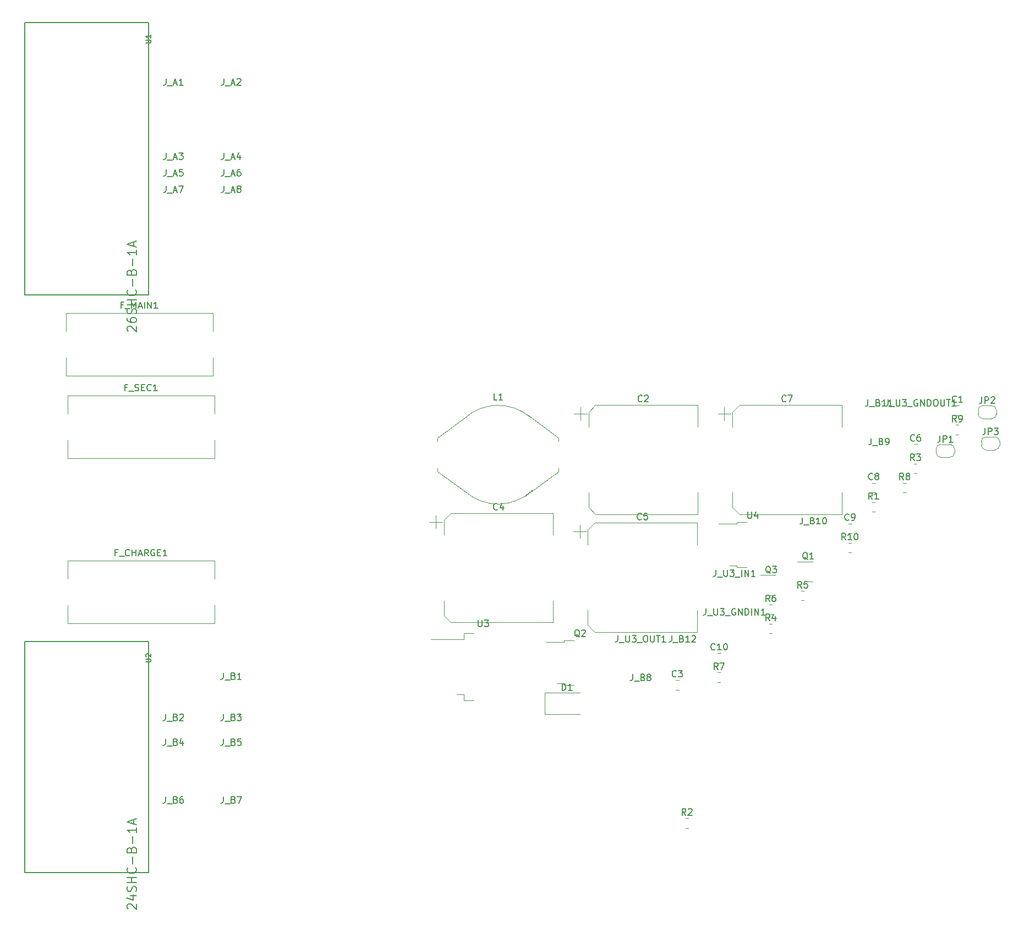
<source format=gbr>
%TF.GenerationSoftware,KiCad,Pcbnew,6.0.4-6f826c9f35~116~ubuntu20.04.1*%
%TF.CreationDate,2022-04-24T17:32:18+02:00*%
%TF.ProjectId,IndegoMower,496e6465-676f-44d6-9f77-65722e6b6963,rev?*%
%TF.SameCoordinates,Original*%
%TF.FileFunction,Legend,Top*%
%TF.FilePolarity,Positive*%
%FSLAX46Y46*%
G04 Gerber Fmt 4.6, Leading zero omitted, Abs format (unit mm)*
G04 Created by KiCad (PCBNEW 6.0.4-6f826c9f35~116~ubuntu20.04.1) date 2022-04-24 17:32:18*
%MOMM*%
%LPD*%
G01*
G04 APERTURE LIST*
%ADD10C,0.150000*%
%ADD11C,0.127000*%
%ADD12C,0.120000*%
G04 APERTURE END LIST*
D10*
%TO.C,U2*%
X35128803Y-163159925D02*
X35766224Y-163159925D01*
X35841215Y-163122430D01*
X35878710Y-163084934D01*
X35916205Y-163009944D01*
X35916205Y-162859962D01*
X35878710Y-162784972D01*
X35841215Y-162747476D01*
X35766224Y-162709981D01*
X35128803Y-162709981D01*
X35203794Y-162372523D02*
X35166299Y-162335028D01*
X35128803Y-162260037D01*
X35128803Y-162072560D01*
X35166299Y-161997570D01*
X35203794Y-161960074D01*
X35278785Y-161922579D01*
X35353775Y-161922579D01*
X35466261Y-161960074D01*
X35916205Y-162410018D01*
X35916205Y-161922579D01*
X32386666Y-201176666D02*
X32320000Y-201110000D01*
X32253333Y-200976666D01*
X32253333Y-200643333D01*
X32320000Y-200510000D01*
X32386666Y-200443333D01*
X32520000Y-200376666D01*
X32653333Y-200376666D01*
X32853333Y-200443333D01*
X33653333Y-201243333D01*
X33653333Y-200376666D01*
X32720000Y-199176666D02*
X33653333Y-199176666D01*
X32186666Y-199510000D02*
X33186666Y-199843333D01*
X33186666Y-198976666D01*
X33586666Y-198510000D02*
X33653333Y-198310000D01*
X33653333Y-197976666D01*
X33586666Y-197843333D01*
X33520000Y-197776666D01*
X33386666Y-197710000D01*
X33253333Y-197710000D01*
X33120000Y-197776666D01*
X33053333Y-197843333D01*
X32986666Y-197976666D01*
X32920000Y-198243333D01*
X32853333Y-198376666D01*
X32786666Y-198443333D01*
X32653333Y-198510000D01*
X32520000Y-198510000D01*
X32386666Y-198443333D01*
X32320000Y-198376666D01*
X32253333Y-198243333D01*
X32253333Y-197910000D01*
X32320000Y-197710000D01*
X33653333Y-197110000D02*
X32253333Y-197110000D01*
X32920000Y-197110000D02*
X32920000Y-196310000D01*
X33653333Y-196310000D02*
X32253333Y-196310000D01*
X33520000Y-194843333D02*
X33586666Y-194910000D01*
X33653333Y-195110000D01*
X33653333Y-195243333D01*
X33586666Y-195443333D01*
X33453333Y-195576666D01*
X33320000Y-195643333D01*
X33053333Y-195710000D01*
X32853333Y-195710000D01*
X32586666Y-195643333D01*
X32453333Y-195576666D01*
X32320000Y-195443333D01*
X32253333Y-195243333D01*
X32253333Y-195110000D01*
X32320000Y-194910000D01*
X32386666Y-194843333D01*
X33120000Y-194243333D02*
X33120000Y-193176666D01*
X32920000Y-192043333D02*
X32986666Y-191843333D01*
X33053333Y-191776666D01*
X33186666Y-191710000D01*
X33386666Y-191710000D01*
X33520000Y-191776666D01*
X33586666Y-191843333D01*
X33653333Y-191976666D01*
X33653333Y-192510000D01*
X32253333Y-192510000D01*
X32253333Y-192043333D01*
X32320000Y-191910000D01*
X32386666Y-191843333D01*
X32520000Y-191776666D01*
X32653333Y-191776666D01*
X32786666Y-191843333D01*
X32853333Y-191910000D01*
X32920000Y-192043333D01*
X32920000Y-192510000D01*
X33120000Y-191110000D02*
X33120000Y-190043333D01*
X33653333Y-188643333D02*
X33653333Y-189443333D01*
X33653333Y-189043333D02*
X32253333Y-189043333D01*
X32453333Y-189176666D01*
X32586666Y-189310000D01*
X32653333Y-189443333D01*
X33253333Y-188110000D02*
X33253333Y-187443333D01*
X33653333Y-188243333D02*
X32253333Y-187776666D01*
X33653333Y-187310000D01*
%TO.C,U1*%
X35128803Y-67909925D02*
X35766224Y-67909925D01*
X35841215Y-67872430D01*
X35878710Y-67834934D01*
X35916205Y-67759944D01*
X35916205Y-67609962D01*
X35878710Y-67534972D01*
X35841215Y-67497476D01*
X35766224Y-67459981D01*
X35128803Y-67459981D01*
X35916205Y-66672579D02*
X35916205Y-67122523D01*
X35916205Y-66897551D02*
X35128803Y-66897551D01*
X35241289Y-66972542D01*
X35316280Y-67047532D01*
X35353775Y-67122523D01*
X32386666Y-112276666D02*
X32320000Y-112210000D01*
X32253333Y-112076666D01*
X32253333Y-111743333D01*
X32320000Y-111610000D01*
X32386666Y-111543333D01*
X32520000Y-111476666D01*
X32653333Y-111476666D01*
X32853333Y-111543333D01*
X33653333Y-112343333D01*
X33653333Y-111476666D01*
X32253333Y-110276666D02*
X32253333Y-110543333D01*
X32320000Y-110676666D01*
X32386666Y-110743333D01*
X32586666Y-110876666D01*
X32853333Y-110943333D01*
X33386666Y-110943333D01*
X33520000Y-110876666D01*
X33586666Y-110810000D01*
X33653333Y-110676666D01*
X33653333Y-110410000D01*
X33586666Y-110276666D01*
X33520000Y-110210000D01*
X33386666Y-110143333D01*
X33053333Y-110143333D01*
X32920000Y-110210000D01*
X32853333Y-110276666D01*
X32786666Y-110410000D01*
X32786666Y-110676666D01*
X32853333Y-110810000D01*
X32920000Y-110876666D01*
X33053333Y-110943333D01*
X33586666Y-109610000D02*
X33653333Y-109410000D01*
X33653333Y-109076666D01*
X33586666Y-108943333D01*
X33520000Y-108876666D01*
X33386666Y-108810000D01*
X33253333Y-108810000D01*
X33120000Y-108876666D01*
X33053333Y-108943333D01*
X32986666Y-109076666D01*
X32920000Y-109343333D01*
X32853333Y-109476666D01*
X32786666Y-109543333D01*
X32653333Y-109610000D01*
X32520000Y-109610000D01*
X32386666Y-109543333D01*
X32320000Y-109476666D01*
X32253333Y-109343333D01*
X32253333Y-109010000D01*
X32320000Y-108810000D01*
X33653333Y-108210000D02*
X32253333Y-108210000D01*
X32920000Y-108210000D02*
X32920000Y-107410000D01*
X33653333Y-107410000D02*
X32253333Y-107410000D01*
X33520000Y-105943333D02*
X33586666Y-106010000D01*
X33653333Y-106210000D01*
X33653333Y-106343333D01*
X33586666Y-106543333D01*
X33453333Y-106676666D01*
X33320000Y-106743333D01*
X33053333Y-106810000D01*
X32853333Y-106810000D01*
X32586666Y-106743333D01*
X32453333Y-106676666D01*
X32320000Y-106543333D01*
X32253333Y-106343333D01*
X32253333Y-106210000D01*
X32320000Y-106010000D01*
X32386666Y-105943333D01*
X33120000Y-105343333D02*
X33120000Y-104276666D01*
X32920000Y-103143333D02*
X32986666Y-102943333D01*
X33053333Y-102876666D01*
X33186666Y-102810000D01*
X33386666Y-102810000D01*
X33520000Y-102876666D01*
X33586666Y-102943333D01*
X33653333Y-103076666D01*
X33653333Y-103610000D01*
X32253333Y-103610000D01*
X32253333Y-103143333D01*
X32320000Y-103010000D01*
X32386666Y-102943333D01*
X32520000Y-102876666D01*
X32653333Y-102876666D01*
X32786666Y-102943333D01*
X32853333Y-103010000D01*
X32920000Y-103143333D01*
X32920000Y-103610000D01*
X33120000Y-102210000D02*
X33120000Y-101143333D01*
X33653333Y-99743333D02*
X33653333Y-100543333D01*
X33653333Y-100143333D02*
X32253333Y-100143333D01*
X32453333Y-100276666D01*
X32586666Y-100410000D01*
X32653333Y-100543333D01*
X33253333Y-99210000D02*
X33253333Y-98543333D01*
X33653333Y-99343333D02*
X32253333Y-98876666D01*
X33653333Y-98410000D01*
%TO.C,J_B7*%
X47045714Y-183892380D02*
X47045714Y-184606666D01*
X46998095Y-184749523D01*
X46902857Y-184844761D01*
X46760000Y-184892380D01*
X46664761Y-184892380D01*
X47283809Y-184987619D02*
X48045714Y-184987619D01*
X48617142Y-184368571D02*
X48760000Y-184416190D01*
X48807619Y-184463809D01*
X48855238Y-184559047D01*
X48855238Y-184701904D01*
X48807619Y-184797142D01*
X48760000Y-184844761D01*
X48664761Y-184892380D01*
X48283809Y-184892380D01*
X48283809Y-183892380D01*
X48617142Y-183892380D01*
X48712380Y-183940000D01*
X48760000Y-183987619D01*
X48807619Y-184082857D01*
X48807619Y-184178095D01*
X48760000Y-184273333D01*
X48712380Y-184320952D01*
X48617142Y-184368571D01*
X48283809Y-184368571D01*
X49188571Y-183892380D02*
X49855238Y-183892380D01*
X49426666Y-184892380D01*
%TO.C,J_B6*%
X38155714Y-183892380D02*
X38155714Y-184606666D01*
X38108095Y-184749523D01*
X38012857Y-184844761D01*
X37870000Y-184892380D01*
X37774761Y-184892380D01*
X38393809Y-184987619D02*
X39155714Y-184987619D01*
X39727142Y-184368571D02*
X39870000Y-184416190D01*
X39917619Y-184463809D01*
X39965238Y-184559047D01*
X39965238Y-184701904D01*
X39917619Y-184797142D01*
X39870000Y-184844761D01*
X39774761Y-184892380D01*
X39393809Y-184892380D01*
X39393809Y-183892380D01*
X39727142Y-183892380D01*
X39822380Y-183940000D01*
X39870000Y-183987619D01*
X39917619Y-184082857D01*
X39917619Y-184178095D01*
X39870000Y-184273333D01*
X39822380Y-184320952D01*
X39727142Y-184368571D01*
X39393809Y-184368571D01*
X40822380Y-183892380D02*
X40631904Y-183892380D01*
X40536666Y-183940000D01*
X40489047Y-183987619D01*
X40393809Y-184130476D01*
X40346190Y-184320952D01*
X40346190Y-184701904D01*
X40393809Y-184797142D01*
X40441428Y-184844761D01*
X40536666Y-184892380D01*
X40727142Y-184892380D01*
X40822380Y-184844761D01*
X40870000Y-184797142D01*
X40917619Y-184701904D01*
X40917619Y-184463809D01*
X40870000Y-184368571D01*
X40822380Y-184320952D01*
X40727142Y-184273333D01*
X40536666Y-184273333D01*
X40441428Y-184320952D01*
X40393809Y-184368571D01*
X40346190Y-184463809D01*
%TO.C,J_B5*%
X47045714Y-175002380D02*
X47045714Y-175716666D01*
X46998095Y-175859523D01*
X46902857Y-175954761D01*
X46760000Y-176002380D01*
X46664761Y-176002380D01*
X47283809Y-176097619D02*
X48045714Y-176097619D01*
X48617142Y-175478571D02*
X48760000Y-175526190D01*
X48807619Y-175573809D01*
X48855238Y-175669047D01*
X48855238Y-175811904D01*
X48807619Y-175907142D01*
X48760000Y-175954761D01*
X48664761Y-176002380D01*
X48283809Y-176002380D01*
X48283809Y-175002380D01*
X48617142Y-175002380D01*
X48712380Y-175050000D01*
X48760000Y-175097619D01*
X48807619Y-175192857D01*
X48807619Y-175288095D01*
X48760000Y-175383333D01*
X48712380Y-175430952D01*
X48617142Y-175478571D01*
X48283809Y-175478571D01*
X49760000Y-175002380D02*
X49283809Y-175002380D01*
X49236190Y-175478571D01*
X49283809Y-175430952D01*
X49379047Y-175383333D01*
X49617142Y-175383333D01*
X49712380Y-175430952D01*
X49760000Y-175478571D01*
X49807619Y-175573809D01*
X49807619Y-175811904D01*
X49760000Y-175907142D01*
X49712380Y-175954761D01*
X49617142Y-176002380D01*
X49379047Y-176002380D01*
X49283809Y-175954761D01*
X49236190Y-175907142D01*
%TO.C,J_B4*%
X38155714Y-175002380D02*
X38155714Y-175716666D01*
X38108095Y-175859523D01*
X38012857Y-175954761D01*
X37870000Y-176002380D01*
X37774761Y-176002380D01*
X38393809Y-176097619D02*
X39155714Y-176097619D01*
X39727142Y-175478571D02*
X39870000Y-175526190D01*
X39917619Y-175573809D01*
X39965238Y-175669047D01*
X39965238Y-175811904D01*
X39917619Y-175907142D01*
X39870000Y-175954761D01*
X39774761Y-176002380D01*
X39393809Y-176002380D01*
X39393809Y-175002380D01*
X39727142Y-175002380D01*
X39822380Y-175050000D01*
X39870000Y-175097619D01*
X39917619Y-175192857D01*
X39917619Y-175288095D01*
X39870000Y-175383333D01*
X39822380Y-175430952D01*
X39727142Y-175478571D01*
X39393809Y-175478571D01*
X40822380Y-175335714D02*
X40822380Y-176002380D01*
X40584285Y-174954761D02*
X40346190Y-175669047D01*
X40965238Y-175669047D01*
%TO.C,J_B3*%
X47045714Y-171192380D02*
X47045714Y-171906666D01*
X46998095Y-172049523D01*
X46902857Y-172144761D01*
X46760000Y-172192380D01*
X46664761Y-172192380D01*
X47283809Y-172287619D02*
X48045714Y-172287619D01*
X48617142Y-171668571D02*
X48760000Y-171716190D01*
X48807619Y-171763809D01*
X48855238Y-171859047D01*
X48855238Y-172001904D01*
X48807619Y-172097142D01*
X48760000Y-172144761D01*
X48664761Y-172192380D01*
X48283809Y-172192380D01*
X48283809Y-171192380D01*
X48617142Y-171192380D01*
X48712380Y-171240000D01*
X48760000Y-171287619D01*
X48807619Y-171382857D01*
X48807619Y-171478095D01*
X48760000Y-171573333D01*
X48712380Y-171620952D01*
X48617142Y-171668571D01*
X48283809Y-171668571D01*
X49188571Y-171192380D02*
X49807619Y-171192380D01*
X49474285Y-171573333D01*
X49617142Y-171573333D01*
X49712380Y-171620952D01*
X49760000Y-171668571D01*
X49807619Y-171763809D01*
X49807619Y-172001904D01*
X49760000Y-172097142D01*
X49712380Y-172144761D01*
X49617142Y-172192380D01*
X49331428Y-172192380D01*
X49236190Y-172144761D01*
X49188571Y-172097142D01*
%TO.C,J_B2*%
X38155714Y-171192380D02*
X38155714Y-171906666D01*
X38108095Y-172049523D01*
X38012857Y-172144761D01*
X37870000Y-172192380D01*
X37774761Y-172192380D01*
X38393809Y-172287619D02*
X39155714Y-172287619D01*
X39727142Y-171668571D02*
X39870000Y-171716190D01*
X39917619Y-171763809D01*
X39965238Y-171859047D01*
X39965238Y-172001904D01*
X39917619Y-172097142D01*
X39870000Y-172144761D01*
X39774761Y-172192380D01*
X39393809Y-172192380D01*
X39393809Y-171192380D01*
X39727142Y-171192380D01*
X39822380Y-171240000D01*
X39870000Y-171287619D01*
X39917619Y-171382857D01*
X39917619Y-171478095D01*
X39870000Y-171573333D01*
X39822380Y-171620952D01*
X39727142Y-171668571D01*
X39393809Y-171668571D01*
X40346190Y-171287619D02*
X40393809Y-171240000D01*
X40489047Y-171192380D01*
X40727142Y-171192380D01*
X40822380Y-171240000D01*
X40870000Y-171287619D01*
X40917619Y-171382857D01*
X40917619Y-171478095D01*
X40870000Y-171620952D01*
X40298571Y-172192380D01*
X40917619Y-172192380D01*
%TO.C,J_B1*%
X47045714Y-164842380D02*
X47045714Y-165556666D01*
X46998095Y-165699523D01*
X46902857Y-165794761D01*
X46760000Y-165842380D01*
X46664761Y-165842380D01*
X47283809Y-165937619D02*
X48045714Y-165937619D01*
X48617142Y-165318571D02*
X48760000Y-165366190D01*
X48807619Y-165413809D01*
X48855238Y-165509047D01*
X48855238Y-165651904D01*
X48807619Y-165747142D01*
X48760000Y-165794761D01*
X48664761Y-165842380D01*
X48283809Y-165842380D01*
X48283809Y-164842380D01*
X48617142Y-164842380D01*
X48712380Y-164890000D01*
X48760000Y-164937619D01*
X48807619Y-165032857D01*
X48807619Y-165128095D01*
X48760000Y-165223333D01*
X48712380Y-165270952D01*
X48617142Y-165318571D01*
X48283809Y-165318571D01*
X49807619Y-165842380D02*
X49236190Y-165842380D01*
X49521904Y-165842380D02*
X49521904Y-164842380D01*
X49426666Y-164985238D01*
X49331428Y-165080476D01*
X49236190Y-165128095D01*
%TO.C,J_A8*%
X47117142Y-89912380D02*
X47117142Y-90626666D01*
X47069523Y-90769523D01*
X46974285Y-90864761D01*
X46831428Y-90912380D01*
X46736190Y-90912380D01*
X47355238Y-91007619D02*
X48117142Y-91007619D01*
X48307619Y-90626666D02*
X48783809Y-90626666D01*
X48212380Y-90912380D02*
X48545714Y-89912380D01*
X48879047Y-90912380D01*
X49355238Y-90340952D02*
X49260000Y-90293333D01*
X49212380Y-90245714D01*
X49164761Y-90150476D01*
X49164761Y-90102857D01*
X49212380Y-90007619D01*
X49260000Y-89960000D01*
X49355238Y-89912380D01*
X49545714Y-89912380D01*
X49640952Y-89960000D01*
X49688571Y-90007619D01*
X49736190Y-90102857D01*
X49736190Y-90150476D01*
X49688571Y-90245714D01*
X49640952Y-90293333D01*
X49545714Y-90340952D01*
X49355238Y-90340952D01*
X49260000Y-90388571D01*
X49212380Y-90436190D01*
X49164761Y-90531428D01*
X49164761Y-90721904D01*
X49212380Y-90817142D01*
X49260000Y-90864761D01*
X49355238Y-90912380D01*
X49545714Y-90912380D01*
X49640952Y-90864761D01*
X49688571Y-90817142D01*
X49736190Y-90721904D01*
X49736190Y-90531428D01*
X49688571Y-90436190D01*
X49640952Y-90388571D01*
X49545714Y-90340952D01*
%TO.C,J_A7*%
X38227142Y-89912380D02*
X38227142Y-90626666D01*
X38179523Y-90769523D01*
X38084285Y-90864761D01*
X37941428Y-90912380D01*
X37846190Y-90912380D01*
X38465238Y-91007619D02*
X39227142Y-91007619D01*
X39417619Y-90626666D02*
X39893809Y-90626666D01*
X39322380Y-90912380D02*
X39655714Y-89912380D01*
X39989047Y-90912380D01*
X40227142Y-89912380D02*
X40893809Y-89912380D01*
X40465238Y-90912380D01*
%TO.C,J_A6*%
X47117142Y-87372380D02*
X47117142Y-88086666D01*
X47069523Y-88229523D01*
X46974285Y-88324761D01*
X46831428Y-88372380D01*
X46736190Y-88372380D01*
X47355238Y-88467619D02*
X48117142Y-88467619D01*
X48307619Y-88086666D02*
X48783809Y-88086666D01*
X48212380Y-88372380D02*
X48545714Y-87372380D01*
X48879047Y-88372380D01*
X49640952Y-87372380D02*
X49450476Y-87372380D01*
X49355238Y-87420000D01*
X49307619Y-87467619D01*
X49212380Y-87610476D01*
X49164761Y-87800952D01*
X49164761Y-88181904D01*
X49212380Y-88277142D01*
X49260000Y-88324761D01*
X49355238Y-88372380D01*
X49545714Y-88372380D01*
X49640952Y-88324761D01*
X49688571Y-88277142D01*
X49736190Y-88181904D01*
X49736190Y-87943809D01*
X49688571Y-87848571D01*
X49640952Y-87800952D01*
X49545714Y-87753333D01*
X49355238Y-87753333D01*
X49260000Y-87800952D01*
X49212380Y-87848571D01*
X49164761Y-87943809D01*
%TO.C,J_A5*%
X38227142Y-87372380D02*
X38227142Y-88086666D01*
X38179523Y-88229523D01*
X38084285Y-88324761D01*
X37941428Y-88372380D01*
X37846190Y-88372380D01*
X38465238Y-88467619D02*
X39227142Y-88467619D01*
X39417619Y-88086666D02*
X39893809Y-88086666D01*
X39322380Y-88372380D02*
X39655714Y-87372380D01*
X39989047Y-88372380D01*
X40798571Y-87372380D02*
X40322380Y-87372380D01*
X40274761Y-87848571D01*
X40322380Y-87800952D01*
X40417619Y-87753333D01*
X40655714Y-87753333D01*
X40750952Y-87800952D01*
X40798571Y-87848571D01*
X40846190Y-87943809D01*
X40846190Y-88181904D01*
X40798571Y-88277142D01*
X40750952Y-88324761D01*
X40655714Y-88372380D01*
X40417619Y-88372380D01*
X40322380Y-88324761D01*
X40274761Y-88277142D01*
%TO.C,J_A4*%
X47117142Y-84832380D02*
X47117142Y-85546666D01*
X47069523Y-85689523D01*
X46974285Y-85784761D01*
X46831428Y-85832380D01*
X46736190Y-85832380D01*
X47355238Y-85927619D02*
X48117142Y-85927619D01*
X48307619Y-85546666D02*
X48783809Y-85546666D01*
X48212380Y-85832380D02*
X48545714Y-84832380D01*
X48879047Y-85832380D01*
X49640952Y-85165714D02*
X49640952Y-85832380D01*
X49402857Y-84784761D02*
X49164761Y-85499047D01*
X49783809Y-85499047D01*
%TO.C,J_A3*%
X38227142Y-84832380D02*
X38227142Y-85546666D01*
X38179523Y-85689523D01*
X38084285Y-85784761D01*
X37941428Y-85832380D01*
X37846190Y-85832380D01*
X38465238Y-85927619D02*
X39227142Y-85927619D01*
X39417619Y-85546666D02*
X39893809Y-85546666D01*
X39322380Y-85832380D02*
X39655714Y-84832380D01*
X39989047Y-85832380D01*
X40227142Y-84832380D02*
X40846190Y-84832380D01*
X40512857Y-85213333D01*
X40655714Y-85213333D01*
X40750952Y-85260952D01*
X40798571Y-85308571D01*
X40846190Y-85403809D01*
X40846190Y-85641904D01*
X40798571Y-85737142D01*
X40750952Y-85784761D01*
X40655714Y-85832380D01*
X40370000Y-85832380D01*
X40274761Y-85784761D01*
X40227142Y-85737142D01*
%TO.C,J_A2*%
X47117142Y-73402380D02*
X47117142Y-74116666D01*
X47069523Y-74259523D01*
X46974285Y-74354761D01*
X46831428Y-74402380D01*
X46736190Y-74402380D01*
X47355238Y-74497619D02*
X48117142Y-74497619D01*
X48307619Y-74116666D02*
X48783809Y-74116666D01*
X48212380Y-74402380D02*
X48545714Y-73402380D01*
X48879047Y-74402380D01*
X49164761Y-73497619D02*
X49212380Y-73450000D01*
X49307619Y-73402380D01*
X49545714Y-73402380D01*
X49640952Y-73450000D01*
X49688571Y-73497619D01*
X49736190Y-73592857D01*
X49736190Y-73688095D01*
X49688571Y-73830952D01*
X49117142Y-74402380D01*
X49736190Y-74402380D01*
%TO.C,J_A1*%
X38227142Y-73402380D02*
X38227142Y-74116666D01*
X38179523Y-74259523D01*
X38084285Y-74354761D01*
X37941428Y-74402380D01*
X37846190Y-74402380D01*
X38465238Y-74497619D02*
X39227142Y-74497619D01*
X39417619Y-74116666D02*
X39893809Y-74116666D01*
X39322380Y-74402380D02*
X39655714Y-73402380D01*
X39989047Y-74402380D01*
X40846190Y-74402380D02*
X40274761Y-74402380D01*
X40560476Y-74402380D02*
X40560476Y-73402380D01*
X40465238Y-73545238D01*
X40370000Y-73640476D01*
X40274761Y-73688095D01*
%TO.C,J_U3_OUT1*%
X107746190Y-159102380D02*
X107746190Y-159816666D01*
X107698571Y-159959523D01*
X107603333Y-160054761D01*
X107460476Y-160102380D01*
X107365238Y-160102380D01*
X107984285Y-160197619D02*
X108746190Y-160197619D01*
X108984285Y-159102380D02*
X108984285Y-159911904D01*
X109031904Y-160007142D01*
X109079523Y-160054761D01*
X109174761Y-160102380D01*
X109365238Y-160102380D01*
X109460476Y-160054761D01*
X109508095Y-160007142D01*
X109555714Y-159911904D01*
X109555714Y-159102380D01*
X109936666Y-159102380D02*
X110555714Y-159102380D01*
X110222380Y-159483333D01*
X110365238Y-159483333D01*
X110460476Y-159530952D01*
X110508095Y-159578571D01*
X110555714Y-159673809D01*
X110555714Y-159911904D01*
X110508095Y-160007142D01*
X110460476Y-160054761D01*
X110365238Y-160102380D01*
X110079523Y-160102380D01*
X109984285Y-160054761D01*
X109936666Y-160007142D01*
X110746190Y-160197619D02*
X111508095Y-160197619D01*
X111936666Y-159102380D02*
X112127142Y-159102380D01*
X112222380Y-159150000D01*
X112317619Y-159245238D01*
X112365238Y-159435714D01*
X112365238Y-159769047D01*
X112317619Y-159959523D01*
X112222380Y-160054761D01*
X112127142Y-160102380D01*
X111936666Y-160102380D01*
X111841428Y-160054761D01*
X111746190Y-159959523D01*
X111698571Y-159769047D01*
X111698571Y-159435714D01*
X111746190Y-159245238D01*
X111841428Y-159150000D01*
X111936666Y-159102380D01*
X112793809Y-159102380D02*
X112793809Y-159911904D01*
X112841428Y-160007142D01*
X112889047Y-160054761D01*
X112984285Y-160102380D01*
X113174761Y-160102380D01*
X113270000Y-160054761D01*
X113317619Y-160007142D01*
X113365238Y-159911904D01*
X113365238Y-159102380D01*
X113698571Y-159102380D02*
X114270000Y-159102380D01*
X113984285Y-160102380D02*
X113984285Y-159102380D01*
X115127142Y-160102380D02*
X114555714Y-160102380D01*
X114841428Y-160102380D02*
X114841428Y-159102380D01*
X114746190Y-159245238D01*
X114650952Y-159340476D01*
X114555714Y-159388095D01*
%TO.C,J_U3_IN1*%
X122832857Y-149002380D02*
X122832857Y-149716666D01*
X122785238Y-149859523D01*
X122690000Y-149954761D01*
X122547142Y-150002380D01*
X122451904Y-150002380D01*
X123070952Y-150097619D02*
X123832857Y-150097619D01*
X124070952Y-149002380D02*
X124070952Y-149811904D01*
X124118571Y-149907142D01*
X124166190Y-149954761D01*
X124261428Y-150002380D01*
X124451904Y-150002380D01*
X124547142Y-149954761D01*
X124594761Y-149907142D01*
X124642380Y-149811904D01*
X124642380Y-149002380D01*
X125023333Y-149002380D02*
X125642380Y-149002380D01*
X125309047Y-149383333D01*
X125451904Y-149383333D01*
X125547142Y-149430952D01*
X125594761Y-149478571D01*
X125642380Y-149573809D01*
X125642380Y-149811904D01*
X125594761Y-149907142D01*
X125547142Y-149954761D01*
X125451904Y-150002380D01*
X125166190Y-150002380D01*
X125070952Y-149954761D01*
X125023333Y-149907142D01*
X125832857Y-150097619D02*
X126594761Y-150097619D01*
X126832857Y-150002380D02*
X126832857Y-149002380D01*
X127309047Y-150002380D02*
X127309047Y-149002380D01*
X127880476Y-150002380D01*
X127880476Y-149002380D01*
X128880476Y-150002380D02*
X128309047Y-150002380D01*
X128594761Y-150002380D02*
X128594761Y-149002380D01*
X128499523Y-149145238D01*
X128404285Y-149240476D01*
X128309047Y-149288095D01*
%TO.C,J_U3_GNDOUT1*%
X149342380Y-122802380D02*
X149342380Y-123516666D01*
X149294761Y-123659523D01*
X149199523Y-123754761D01*
X149056666Y-123802380D01*
X148961428Y-123802380D01*
X149580476Y-123897619D02*
X150342380Y-123897619D01*
X150580476Y-122802380D02*
X150580476Y-123611904D01*
X150628095Y-123707142D01*
X150675714Y-123754761D01*
X150770952Y-123802380D01*
X150961428Y-123802380D01*
X151056666Y-123754761D01*
X151104285Y-123707142D01*
X151151904Y-123611904D01*
X151151904Y-122802380D01*
X151532857Y-122802380D02*
X152151904Y-122802380D01*
X151818571Y-123183333D01*
X151961428Y-123183333D01*
X152056666Y-123230952D01*
X152104285Y-123278571D01*
X152151904Y-123373809D01*
X152151904Y-123611904D01*
X152104285Y-123707142D01*
X152056666Y-123754761D01*
X151961428Y-123802380D01*
X151675714Y-123802380D01*
X151580476Y-123754761D01*
X151532857Y-123707142D01*
X152342380Y-123897619D02*
X153104285Y-123897619D01*
X153866190Y-122850000D02*
X153770952Y-122802380D01*
X153628095Y-122802380D01*
X153485238Y-122850000D01*
X153390000Y-122945238D01*
X153342380Y-123040476D01*
X153294761Y-123230952D01*
X153294761Y-123373809D01*
X153342380Y-123564285D01*
X153390000Y-123659523D01*
X153485238Y-123754761D01*
X153628095Y-123802380D01*
X153723333Y-123802380D01*
X153866190Y-123754761D01*
X153913809Y-123707142D01*
X153913809Y-123373809D01*
X153723333Y-123373809D01*
X154342380Y-123802380D02*
X154342380Y-122802380D01*
X154913809Y-123802380D01*
X154913809Y-122802380D01*
X155390000Y-123802380D02*
X155390000Y-122802380D01*
X155628095Y-122802380D01*
X155770952Y-122850000D01*
X155866190Y-122945238D01*
X155913809Y-123040476D01*
X155961428Y-123230952D01*
X155961428Y-123373809D01*
X155913809Y-123564285D01*
X155866190Y-123659523D01*
X155770952Y-123754761D01*
X155628095Y-123802380D01*
X155390000Y-123802380D01*
X156580476Y-122802380D02*
X156770952Y-122802380D01*
X156866190Y-122850000D01*
X156961428Y-122945238D01*
X157009047Y-123135714D01*
X157009047Y-123469047D01*
X156961428Y-123659523D01*
X156866190Y-123754761D01*
X156770952Y-123802380D01*
X156580476Y-123802380D01*
X156485238Y-123754761D01*
X156390000Y-123659523D01*
X156342380Y-123469047D01*
X156342380Y-123135714D01*
X156390000Y-122945238D01*
X156485238Y-122850000D01*
X156580476Y-122802380D01*
X157437619Y-122802380D02*
X157437619Y-123611904D01*
X157485238Y-123707142D01*
X157532857Y-123754761D01*
X157628095Y-123802380D01*
X157818571Y-123802380D01*
X157913809Y-123754761D01*
X157961428Y-123707142D01*
X158009047Y-123611904D01*
X158009047Y-122802380D01*
X158342380Y-122802380D02*
X158913809Y-122802380D01*
X158628095Y-123802380D02*
X158628095Y-122802380D01*
X159770952Y-123802380D02*
X159199523Y-123802380D01*
X159485238Y-123802380D02*
X159485238Y-122802380D01*
X159390000Y-122945238D01*
X159294761Y-123040476D01*
X159199523Y-123088095D01*
%TO.C,J_U3_GNDIN1*%
X121309047Y-154952380D02*
X121309047Y-155666666D01*
X121261428Y-155809523D01*
X121166190Y-155904761D01*
X121023333Y-155952380D01*
X120928095Y-155952380D01*
X121547142Y-156047619D02*
X122309047Y-156047619D01*
X122547142Y-154952380D02*
X122547142Y-155761904D01*
X122594761Y-155857142D01*
X122642380Y-155904761D01*
X122737619Y-155952380D01*
X122928095Y-155952380D01*
X123023333Y-155904761D01*
X123070952Y-155857142D01*
X123118571Y-155761904D01*
X123118571Y-154952380D01*
X123499523Y-154952380D02*
X124118571Y-154952380D01*
X123785238Y-155333333D01*
X123928095Y-155333333D01*
X124023333Y-155380952D01*
X124070952Y-155428571D01*
X124118571Y-155523809D01*
X124118571Y-155761904D01*
X124070952Y-155857142D01*
X124023333Y-155904761D01*
X123928095Y-155952380D01*
X123642380Y-155952380D01*
X123547142Y-155904761D01*
X123499523Y-155857142D01*
X124309047Y-156047619D02*
X125070952Y-156047619D01*
X125832857Y-155000000D02*
X125737619Y-154952380D01*
X125594761Y-154952380D01*
X125451904Y-155000000D01*
X125356666Y-155095238D01*
X125309047Y-155190476D01*
X125261428Y-155380952D01*
X125261428Y-155523809D01*
X125309047Y-155714285D01*
X125356666Y-155809523D01*
X125451904Y-155904761D01*
X125594761Y-155952380D01*
X125690000Y-155952380D01*
X125832857Y-155904761D01*
X125880476Y-155857142D01*
X125880476Y-155523809D01*
X125690000Y-155523809D01*
X126309047Y-155952380D02*
X126309047Y-154952380D01*
X126880476Y-155952380D01*
X126880476Y-154952380D01*
X127356666Y-155952380D02*
X127356666Y-154952380D01*
X127594761Y-154952380D01*
X127737619Y-155000000D01*
X127832857Y-155095238D01*
X127880476Y-155190476D01*
X127928095Y-155380952D01*
X127928095Y-155523809D01*
X127880476Y-155714285D01*
X127832857Y-155809523D01*
X127737619Y-155904761D01*
X127594761Y-155952380D01*
X127356666Y-155952380D01*
X128356666Y-155952380D02*
X128356666Y-154952380D01*
X128832857Y-155952380D02*
X128832857Y-154952380D01*
X129404285Y-155952380D01*
X129404285Y-154952380D01*
X130404285Y-155952380D02*
X129832857Y-155952380D01*
X130118571Y-155952380D02*
X130118571Y-154952380D01*
X130023333Y-155095238D01*
X129928095Y-155190476D01*
X129832857Y-155238095D01*
%TO.C,J_B12*%
X116029523Y-159102380D02*
X116029523Y-159816666D01*
X115981904Y-159959523D01*
X115886666Y-160054761D01*
X115743809Y-160102380D01*
X115648571Y-160102380D01*
X116267619Y-160197619D02*
X117029523Y-160197619D01*
X117600952Y-159578571D02*
X117743809Y-159626190D01*
X117791428Y-159673809D01*
X117839047Y-159769047D01*
X117839047Y-159911904D01*
X117791428Y-160007142D01*
X117743809Y-160054761D01*
X117648571Y-160102380D01*
X117267619Y-160102380D01*
X117267619Y-159102380D01*
X117600952Y-159102380D01*
X117696190Y-159150000D01*
X117743809Y-159197619D01*
X117791428Y-159292857D01*
X117791428Y-159388095D01*
X117743809Y-159483333D01*
X117696190Y-159530952D01*
X117600952Y-159578571D01*
X117267619Y-159578571D01*
X118791428Y-160102380D02*
X118220000Y-160102380D01*
X118505714Y-160102380D02*
X118505714Y-159102380D01*
X118410476Y-159245238D01*
X118315238Y-159340476D01*
X118220000Y-159388095D01*
X119172380Y-159197619D02*
X119220000Y-159150000D01*
X119315238Y-159102380D01*
X119553333Y-159102380D01*
X119648571Y-159150000D01*
X119696190Y-159197619D01*
X119743809Y-159292857D01*
X119743809Y-159388095D01*
X119696190Y-159530952D01*
X119124761Y-160102380D01*
X119743809Y-160102380D01*
%TO.C,J_B11*%
X146249523Y-122802380D02*
X146249523Y-123516666D01*
X146201904Y-123659523D01*
X146106666Y-123754761D01*
X145963809Y-123802380D01*
X145868571Y-123802380D01*
X146487619Y-123897619D02*
X147249523Y-123897619D01*
X147820952Y-123278571D02*
X147963809Y-123326190D01*
X148011428Y-123373809D01*
X148059047Y-123469047D01*
X148059047Y-123611904D01*
X148011428Y-123707142D01*
X147963809Y-123754761D01*
X147868571Y-123802380D01*
X147487619Y-123802380D01*
X147487619Y-122802380D01*
X147820952Y-122802380D01*
X147916190Y-122850000D01*
X147963809Y-122897619D01*
X148011428Y-122992857D01*
X148011428Y-123088095D01*
X147963809Y-123183333D01*
X147916190Y-123230952D01*
X147820952Y-123278571D01*
X147487619Y-123278571D01*
X149011428Y-123802380D02*
X148440000Y-123802380D01*
X148725714Y-123802380D02*
X148725714Y-122802380D01*
X148630476Y-122945238D01*
X148535238Y-123040476D01*
X148440000Y-123088095D01*
X149963809Y-123802380D02*
X149392380Y-123802380D01*
X149678095Y-123802380D02*
X149678095Y-122802380D01*
X149582857Y-122945238D01*
X149487619Y-123040476D01*
X149392380Y-123088095D01*
%TO.C,J_B10*%
X136149523Y-140952380D02*
X136149523Y-141666666D01*
X136101904Y-141809523D01*
X136006666Y-141904761D01*
X135863809Y-141952380D01*
X135768571Y-141952380D01*
X136387619Y-142047619D02*
X137149523Y-142047619D01*
X137720952Y-141428571D02*
X137863809Y-141476190D01*
X137911428Y-141523809D01*
X137959047Y-141619047D01*
X137959047Y-141761904D01*
X137911428Y-141857142D01*
X137863809Y-141904761D01*
X137768571Y-141952380D01*
X137387619Y-141952380D01*
X137387619Y-140952380D01*
X137720952Y-140952380D01*
X137816190Y-141000000D01*
X137863809Y-141047619D01*
X137911428Y-141142857D01*
X137911428Y-141238095D01*
X137863809Y-141333333D01*
X137816190Y-141380952D01*
X137720952Y-141428571D01*
X137387619Y-141428571D01*
X138911428Y-141952380D02*
X138340000Y-141952380D01*
X138625714Y-141952380D02*
X138625714Y-140952380D01*
X138530476Y-141095238D01*
X138435238Y-141190476D01*
X138340000Y-141238095D01*
X139530476Y-140952380D02*
X139625714Y-140952380D01*
X139720952Y-141000000D01*
X139768571Y-141047619D01*
X139816190Y-141142857D01*
X139863809Y-141333333D01*
X139863809Y-141571428D01*
X139816190Y-141761904D01*
X139768571Y-141857142D01*
X139720952Y-141904761D01*
X139625714Y-141952380D01*
X139530476Y-141952380D01*
X139435238Y-141904761D01*
X139387619Y-141857142D01*
X139340000Y-141761904D01*
X139292380Y-141571428D01*
X139292380Y-141333333D01*
X139340000Y-141142857D01*
X139387619Y-141047619D01*
X139435238Y-141000000D01*
X139530476Y-140952380D01*
%TO.C,J_B9*%
X146725714Y-128752380D02*
X146725714Y-129466666D01*
X146678095Y-129609523D01*
X146582857Y-129704761D01*
X146440000Y-129752380D01*
X146344761Y-129752380D01*
X146963809Y-129847619D02*
X147725714Y-129847619D01*
X148297142Y-129228571D02*
X148440000Y-129276190D01*
X148487619Y-129323809D01*
X148535238Y-129419047D01*
X148535238Y-129561904D01*
X148487619Y-129657142D01*
X148440000Y-129704761D01*
X148344761Y-129752380D01*
X147963809Y-129752380D01*
X147963809Y-128752380D01*
X148297142Y-128752380D01*
X148392380Y-128800000D01*
X148440000Y-128847619D01*
X148487619Y-128942857D01*
X148487619Y-129038095D01*
X148440000Y-129133333D01*
X148392380Y-129180952D01*
X148297142Y-129228571D01*
X147963809Y-129228571D01*
X149011428Y-129752380D02*
X149201904Y-129752380D01*
X149297142Y-129704761D01*
X149344761Y-129657142D01*
X149440000Y-129514285D01*
X149487619Y-129323809D01*
X149487619Y-128942857D01*
X149440000Y-128847619D01*
X149392380Y-128800000D01*
X149297142Y-128752380D01*
X149106666Y-128752380D01*
X149011428Y-128800000D01*
X148963809Y-128847619D01*
X148916190Y-128942857D01*
X148916190Y-129180952D01*
X148963809Y-129276190D01*
X149011428Y-129323809D01*
X149106666Y-129371428D01*
X149297142Y-129371428D01*
X149392380Y-129323809D01*
X149440000Y-129276190D01*
X149487619Y-129180952D01*
%TO.C,J_B8*%
X110055714Y-165052380D02*
X110055714Y-165766666D01*
X110008095Y-165909523D01*
X109912857Y-166004761D01*
X109770000Y-166052380D01*
X109674761Y-166052380D01*
X110293809Y-166147619D02*
X111055714Y-166147619D01*
X111627142Y-165528571D02*
X111770000Y-165576190D01*
X111817619Y-165623809D01*
X111865238Y-165719047D01*
X111865238Y-165861904D01*
X111817619Y-165957142D01*
X111770000Y-166004761D01*
X111674761Y-166052380D01*
X111293809Y-166052380D01*
X111293809Y-165052380D01*
X111627142Y-165052380D01*
X111722380Y-165100000D01*
X111770000Y-165147619D01*
X111817619Y-165242857D01*
X111817619Y-165338095D01*
X111770000Y-165433333D01*
X111722380Y-165480952D01*
X111627142Y-165528571D01*
X111293809Y-165528571D01*
X112436666Y-165480952D02*
X112341428Y-165433333D01*
X112293809Y-165385714D01*
X112246190Y-165290476D01*
X112246190Y-165242857D01*
X112293809Y-165147619D01*
X112341428Y-165100000D01*
X112436666Y-165052380D01*
X112627142Y-165052380D01*
X112722380Y-165100000D01*
X112770000Y-165147619D01*
X112817619Y-165242857D01*
X112817619Y-165290476D01*
X112770000Y-165385714D01*
X112722380Y-165433333D01*
X112627142Y-165480952D01*
X112436666Y-165480952D01*
X112341428Y-165528571D01*
X112293809Y-165576190D01*
X112246190Y-165671428D01*
X112246190Y-165861904D01*
X112293809Y-165957142D01*
X112341428Y-166004761D01*
X112436666Y-166052380D01*
X112627142Y-166052380D01*
X112722380Y-166004761D01*
X112770000Y-165957142D01*
X112817619Y-165861904D01*
X112817619Y-165671428D01*
X112770000Y-165576190D01*
X112722380Y-165528571D01*
X112627142Y-165480952D01*
%TO.C,JP3*%
X164266666Y-127192380D02*
X164266666Y-127906666D01*
X164219047Y-128049523D01*
X164123809Y-128144761D01*
X163980952Y-128192380D01*
X163885714Y-128192380D01*
X164742857Y-128192380D02*
X164742857Y-127192380D01*
X165123809Y-127192380D01*
X165219047Y-127240000D01*
X165266666Y-127287619D01*
X165314285Y-127382857D01*
X165314285Y-127525714D01*
X165266666Y-127620952D01*
X165219047Y-127668571D01*
X165123809Y-127716190D01*
X164742857Y-127716190D01*
X165647619Y-127192380D02*
X166266666Y-127192380D01*
X165933333Y-127573333D01*
X166076190Y-127573333D01*
X166171428Y-127620952D01*
X166219047Y-127668571D01*
X166266666Y-127763809D01*
X166266666Y-128001904D01*
X166219047Y-128097142D01*
X166171428Y-128144761D01*
X166076190Y-128192380D01*
X165790476Y-128192380D01*
X165695238Y-128144761D01*
X165647619Y-128097142D01*
%TO.C,U4*%
X127778095Y-140082380D02*
X127778095Y-140891904D01*
X127825714Y-140987142D01*
X127873333Y-141034761D01*
X127968571Y-141082380D01*
X128159047Y-141082380D01*
X128254285Y-141034761D01*
X128301904Y-140987142D01*
X128349523Y-140891904D01*
X128349523Y-140082380D01*
X129254285Y-140415714D02*
X129254285Y-141082380D01*
X129016190Y-140034761D02*
X128778095Y-140749047D01*
X129397142Y-140749047D01*
%TO.C,U3*%
X86288095Y-156732380D02*
X86288095Y-157541904D01*
X86335714Y-157637142D01*
X86383333Y-157684761D01*
X86478571Y-157732380D01*
X86669047Y-157732380D01*
X86764285Y-157684761D01*
X86811904Y-157637142D01*
X86859523Y-157541904D01*
X86859523Y-156732380D01*
X87240476Y-156732380D02*
X87859523Y-156732380D01*
X87526190Y-157113333D01*
X87669047Y-157113333D01*
X87764285Y-157160952D01*
X87811904Y-157208571D01*
X87859523Y-157303809D01*
X87859523Y-157541904D01*
X87811904Y-157637142D01*
X87764285Y-157684761D01*
X87669047Y-157732380D01*
X87383333Y-157732380D01*
X87288095Y-157684761D01*
X87240476Y-157637142D01*
%TO.C,R10*%
X142797142Y-144392380D02*
X142463809Y-143916190D01*
X142225714Y-144392380D02*
X142225714Y-143392380D01*
X142606666Y-143392380D01*
X142701904Y-143440000D01*
X142749523Y-143487619D01*
X142797142Y-143582857D01*
X142797142Y-143725714D01*
X142749523Y-143820952D01*
X142701904Y-143868571D01*
X142606666Y-143916190D01*
X142225714Y-143916190D01*
X143749523Y-144392380D02*
X143178095Y-144392380D01*
X143463809Y-144392380D02*
X143463809Y-143392380D01*
X143368571Y-143535238D01*
X143273333Y-143630476D01*
X143178095Y-143678095D01*
X144368571Y-143392380D02*
X144463809Y-143392380D01*
X144559047Y-143440000D01*
X144606666Y-143487619D01*
X144654285Y-143582857D01*
X144701904Y-143773333D01*
X144701904Y-144011428D01*
X144654285Y-144201904D01*
X144606666Y-144297142D01*
X144559047Y-144344761D01*
X144463809Y-144392380D01*
X144368571Y-144392380D01*
X144273333Y-144344761D01*
X144225714Y-144297142D01*
X144178095Y-144201904D01*
X144130476Y-144011428D01*
X144130476Y-143773333D01*
X144178095Y-143582857D01*
X144225714Y-143487619D01*
X144273333Y-143440000D01*
X144368571Y-143392380D01*
%TO.C,R9*%
X159823333Y-126242380D02*
X159490000Y-125766190D01*
X159251904Y-126242380D02*
X159251904Y-125242380D01*
X159632857Y-125242380D01*
X159728095Y-125290000D01*
X159775714Y-125337619D01*
X159823333Y-125432857D01*
X159823333Y-125575714D01*
X159775714Y-125670952D01*
X159728095Y-125718571D01*
X159632857Y-125766190D01*
X159251904Y-125766190D01*
X160299523Y-126242380D02*
X160490000Y-126242380D01*
X160585238Y-126194761D01*
X160632857Y-126147142D01*
X160728095Y-126004285D01*
X160775714Y-125813809D01*
X160775714Y-125432857D01*
X160728095Y-125337619D01*
X160680476Y-125290000D01*
X160585238Y-125242380D01*
X160394761Y-125242380D01*
X160299523Y-125290000D01*
X160251904Y-125337619D01*
X160204285Y-125432857D01*
X160204285Y-125670952D01*
X160251904Y-125766190D01*
X160299523Y-125813809D01*
X160394761Y-125861428D01*
X160585238Y-125861428D01*
X160680476Y-125813809D01*
X160728095Y-125766190D01*
X160775714Y-125670952D01*
%TO.C,R8*%
X151733333Y-135142380D02*
X151400000Y-134666190D01*
X151161904Y-135142380D02*
X151161904Y-134142380D01*
X151542857Y-134142380D01*
X151638095Y-134190000D01*
X151685714Y-134237619D01*
X151733333Y-134332857D01*
X151733333Y-134475714D01*
X151685714Y-134570952D01*
X151638095Y-134618571D01*
X151542857Y-134666190D01*
X151161904Y-134666190D01*
X152304761Y-134570952D02*
X152209523Y-134523333D01*
X152161904Y-134475714D01*
X152114285Y-134380476D01*
X152114285Y-134332857D01*
X152161904Y-134237619D01*
X152209523Y-134190000D01*
X152304761Y-134142380D01*
X152495238Y-134142380D01*
X152590476Y-134190000D01*
X152638095Y-134237619D01*
X152685714Y-134332857D01*
X152685714Y-134380476D01*
X152638095Y-134475714D01*
X152590476Y-134523333D01*
X152495238Y-134570952D01*
X152304761Y-134570952D01*
X152209523Y-134618571D01*
X152161904Y-134666190D01*
X152114285Y-134761428D01*
X152114285Y-134951904D01*
X152161904Y-135047142D01*
X152209523Y-135094761D01*
X152304761Y-135142380D01*
X152495238Y-135142380D01*
X152590476Y-135094761D01*
X152638095Y-135047142D01*
X152685714Y-134951904D01*
X152685714Y-134761428D01*
X152638095Y-134666190D01*
X152590476Y-134618571D01*
X152495238Y-134570952D01*
%TO.C,R7*%
X123153333Y-164342380D02*
X122820000Y-163866190D01*
X122581904Y-164342380D02*
X122581904Y-163342380D01*
X122962857Y-163342380D01*
X123058095Y-163390000D01*
X123105714Y-163437619D01*
X123153333Y-163532857D01*
X123153333Y-163675714D01*
X123105714Y-163770952D01*
X123058095Y-163818571D01*
X122962857Y-163866190D01*
X122581904Y-163866190D01*
X123486666Y-163342380D02*
X124153333Y-163342380D01*
X123724761Y-164342380D01*
%TO.C,R6*%
X131123333Y-153882380D02*
X130790000Y-153406190D01*
X130551904Y-153882380D02*
X130551904Y-152882380D01*
X130932857Y-152882380D01*
X131028095Y-152930000D01*
X131075714Y-152977619D01*
X131123333Y-153072857D01*
X131123333Y-153215714D01*
X131075714Y-153310952D01*
X131028095Y-153358571D01*
X130932857Y-153406190D01*
X130551904Y-153406190D01*
X131980476Y-152882380D02*
X131790000Y-152882380D01*
X131694761Y-152930000D01*
X131647142Y-152977619D01*
X131551904Y-153120476D01*
X131504285Y-153310952D01*
X131504285Y-153691904D01*
X131551904Y-153787142D01*
X131599523Y-153834761D01*
X131694761Y-153882380D01*
X131885238Y-153882380D01*
X131980476Y-153834761D01*
X132028095Y-153787142D01*
X132075714Y-153691904D01*
X132075714Y-153453809D01*
X132028095Y-153358571D01*
X131980476Y-153310952D01*
X131885238Y-153263333D01*
X131694761Y-153263333D01*
X131599523Y-153310952D01*
X131551904Y-153358571D01*
X131504285Y-153453809D01*
%TO.C,R5*%
X136013333Y-151782380D02*
X135680000Y-151306190D01*
X135441904Y-151782380D02*
X135441904Y-150782380D01*
X135822857Y-150782380D01*
X135918095Y-150830000D01*
X135965714Y-150877619D01*
X136013333Y-150972857D01*
X136013333Y-151115714D01*
X135965714Y-151210952D01*
X135918095Y-151258571D01*
X135822857Y-151306190D01*
X135441904Y-151306190D01*
X136918095Y-150782380D02*
X136441904Y-150782380D01*
X136394285Y-151258571D01*
X136441904Y-151210952D01*
X136537142Y-151163333D01*
X136775238Y-151163333D01*
X136870476Y-151210952D01*
X136918095Y-151258571D01*
X136965714Y-151353809D01*
X136965714Y-151591904D01*
X136918095Y-151687142D01*
X136870476Y-151734761D01*
X136775238Y-151782380D01*
X136537142Y-151782380D01*
X136441904Y-151734761D01*
X136394285Y-151687142D01*
%TO.C,R4*%
X131123333Y-156832380D02*
X130790000Y-156356190D01*
X130551904Y-156832380D02*
X130551904Y-155832380D01*
X130932857Y-155832380D01*
X131028095Y-155880000D01*
X131075714Y-155927619D01*
X131123333Y-156022857D01*
X131123333Y-156165714D01*
X131075714Y-156260952D01*
X131028095Y-156308571D01*
X130932857Y-156356190D01*
X130551904Y-156356190D01*
X131980476Y-156165714D02*
X131980476Y-156832380D01*
X131742380Y-155784761D02*
X131504285Y-156499047D01*
X132123333Y-156499047D01*
%TO.C,R3*%
X153373333Y-132192380D02*
X153040000Y-131716190D01*
X152801904Y-132192380D02*
X152801904Y-131192380D01*
X153182857Y-131192380D01*
X153278095Y-131240000D01*
X153325714Y-131287619D01*
X153373333Y-131382857D01*
X153373333Y-131525714D01*
X153325714Y-131620952D01*
X153278095Y-131668571D01*
X153182857Y-131716190D01*
X152801904Y-131716190D01*
X153706666Y-131192380D02*
X154325714Y-131192380D01*
X153992380Y-131573333D01*
X154135238Y-131573333D01*
X154230476Y-131620952D01*
X154278095Y-131668571D01*
X154325714Y-131763809D01*
X154325714Y-132001904D01*
X154278095Y-132097142D01*
X154230476Y-132144761D01*
X154135238Y-132192380D01*
X153849523Y-132192380D01*
X153754285Y-132144761D01*
X153706666Y-132097142D01*
%TO.C,R2*%
X118213333Y-186762380D02*
X117880000Y-186286190D01*
X117641904Y-186762380D02*
X117641904Y-185762380D01*
X118022857Y-185762380D01*
X118118095Y-185810000D01*
X118165714Y-185857619D01*
X118213333Y-185952857D01*
X118213333Y-186095714D01*
X118165714Y-186190952D01*
X118118095Y-186238571D01*
X118022857Y-186286190D01*
X117641904Y-186286190D01*
X118594285Y-185857619D02*
X118641904Y-185810000D01*
X118737142Y-185762380D01*
X118975238Y-185762380D01*
X119070476Y-185810000D01*
X119118095Y-185857619D01*
X119165714Y-185952857D01*
X119165714Y-186048095D01*
X119118095Y-186190952D01*
X118546666Y-186762380D01*
X119165714Y-186762380D01*
%TO.C,R1*%
X146923333Y-138142380D02*
X146590000Y-137666190D01*
X146351904Y-138142380D02*
X146351904Y-137142380D01*
X146732857Y-137142380D01*
X146828095Y-137190000D01*
X146875714Y-137237619D01*
X146923333Y-137332857D01*
X146923333Y-137475714D01*
X146875714Y-137570952D01*
X146828095Y-137618571D01*
X146732857Y-137666190D01*
X146351904Y-137666190D01*
X147875714Y-138142380D02*
X147304285Y-138142380D01*
X147590000Y-138142380D02*
X147590000Y-137142380D01*
X147494761Y-137285238D01*
X147399523Y-137380476D01*
X147304285Y-137428095D01*
%TO.C,Q3*%
X131264761Y-149527619D02*
X131169523Y-149480000D01*
X131074285Y-149384761D01*
X130931428Y-149241904D01*
X130836190Y-149194285D01*
X130740952Y-149194285D01*
X130788571Y-149432380D02*
X130693333Y-149384761D01*
X130598095Y-149289523D01*
X130550476Y-149099047D01*
X130550476Y-148765714D01*
X130598095Y-148575238D01*
X130693333Y-148480000D01*
X130788571Y-148432380D01*
X130979047Y-148432380D01*
X131074285Y-148480000D01*
X131169523Y-148575238D01*
X131217142Y-148765714D01*
X131217142Y-149099047D01*
X131169523Y-149289523D01*
X131074285Y-149384761D01*
X130979047Y-149432380D01*
X130788571Y-149432380D01*
X131550476Y-148432380D02*
X132169523Y-148432380D01*
X131836190Y-148813333D01*
X131979047Y-148813333D01*
X132074285Y-148860952D01*
X132121904Y-148908571D01*
X132169523Y-149003809D01*
X132169523Y-149241904D01*
X132121904Y-149337142D01*
X132074285Y-149384761D01*
X131979047Y-149432380D01*
X131693333Y-149432380D01*
X131598095Y-149384761D01*
X131550476Y-149337142D01*
%TO.C,Q2*%
X101874761Y-159327619D02*
X101779523Y-159280000D01*
X101684285Y-159184761D01*
X101541428Y-159041904D01*
X101446190Y-158994285D01*
X101350952Y-158994285D01*
X101398571Y-159232380D02*
X101303333Y-159184761D01*
X101208095Y-159089523D01*
X101160476Y-158899047D01*
X101160476Y-158565714D01*
X101208095Y-158375238D01*
X101303333Y-158280000D01*
X101398571Y-158232380D01*
X101589047Y-158232380D01*
X101684285Y-158280000D01*
X101779523Y-158375238D01*
X101827142Y-158565714D01*
X101827142Y-158899047D01*
X101779523Y-159089523D01*
X101684285Y-159184761D01*
X101589047Y-159232380D01*
X101398571Y-159232380D01*
X102208095Y-158327619D02*
X102255714Y-158280000D01*
X102350952Y-158232380D01*
X102589047Y-158232380D01*
X102684285Y-158280000D01*
X102731904Y-158327619D01*
X102779523Y-158422857D01*
X102779523Y-158518095D01*
X102731904Y-158660952D01*
X102160476Y-159232380D01*
X102779523Y-159232380D01*
%TO.C,Q1*%
X136964761Y-147427619D02*
X136869523Y-147380000D01*
X136774285Y-147284761D01*
X136631428Y-147141904D01*
X136536190Y-147094285D01*
X136440952Y-147094285D01*
X136488571Y-147332380D02*
X136393333Y-147284761D01*
X136298095Y-147189523D01*
X136250476Y-146999047D01*
X136250476Y-146665714D01*
X136298095Y-146475238D01*
X136393333Y-146380000D01*
X136488571Y-146332380D01*
X136679047Y-146332380D01*
X136774285Y-146380000D01*
X136869523Y-146475238D01*
X136917142Y-146665714D01*
X136917142Y-146999047D01*
X136869523Y-147189523D01*
X136774285Y-147284761D01*
X136679047Y-147332380D01*
X136488571Y-147332380D01*
X137869523Y-147332380D02*
X137298095Y-147332380D01*
X137583809Y-147332380D02*
X137583809Y-146332380D01*
X137488571Y-146475238D01*
X137393333Y-146570476D01*
X137298095Y-146618095D01*
%TO.C,L1*%
X89163333Y-122842380D02*
X88687142Y-122842380D01*
X88687142Y-121842380D01*
X90020476Y-122842380D02*
X89449047Y-122842380D01*
X89734761Y-122842380D02*
X89734761Y-121842380D01*
X89639523Y-121985238D01*
X89544285Y-122080476D01*
X89449047Y-122128095D01*
%TO.C,JP2*%
X163766666Y-122382380D02*
X163766666Y-123096666D01*
X163719047Y-123239523D01*
X163623809Y-123334761D01*
X163480952Y-123382380D01*
X163385714Y-123382380D01*
X164242857Y-123382380D02*
X164242857Y-122382380D01*
X164623809Y-122382380D01*
X164719047Y-122430000D01*
X164766666Y-122477619D01*
X164814285Y-122572857D01*
X164814285Y-122715714D01*
X164766666Y-122810952D01*
X164719047Y-122858571D01*
X164623809Y-122906190D01*
X164242857Y-122906190D01*
X165195238Y-122477619D02*
X165242857Y-122430000D01*
X165338095Y-122382380D01*
X165576190Y-122382380D01*
X165671428Y-122430000D01*
X165719047Y-122477619D01*
X165766666Y-122572857D01*
X165766666Y-122668095D01*
X165719047Y-122810952D01*
X165147619Y-123382380D01*
X165766666Y-123382380D01*
%TO.C,JP1*%
X157316666Y-128342380D02*
X157316666Y-129056666D01*
X157269047Y-129199523D01*
X157173809Y-129294761D01*
X157030952Y-129342380D01*
X156935714Y-129342380D01*
X157792857Y-129342380D02*
X157792857Y-128342380D01*
X158173809Y-128342380D01*
X158269047Y-128390000D01*
X158316666Y-128437619D01*
X158364285Y-128532857D01*
X158364285Y-128675714D01*
X158316666Y-128770952D01*
X158269047Y-128818571D01*
X158173809Y-128866190D01*
X157792857Y-128866190D01*
X159316666Y-129342380D02*
X158745238Y-129342380D01*
X159030952Y-129342380D02*
X159030952Y-128342380D01*
X158935714Y-128485238D01*
X158840476Y-128580476D01*
X158745238Y-128628095D01*
%TO.C,F_SEC1*%
X32227142Y-120928571D02*
X31893809Y-120928571D01*
X31893809Y-121452380D02*
X31893809Y-120452380D01*
X32369999Y-120452380D01*
X32512857Y-121547619D02*
X33274761Y-121547619D01*
X33465238Y-121404761D02*
X33608095Y-121452380D01*
X33846190Y-121452380D01*
X33941428Y-121404761D01*
X33989047Y-121357142D01*
X34036666Y-121261904D01*
X34036666Y-121166666D01*
X33989047Y-121071428D01*
X33941428Y-121023809D01*
X33846190Y-120976190D01*
X33655714Y-120928571D01*
X33560476Y-120880952D01*
X33512857Y-120833333D01*
X33465238Y-120738095D01*
X33465238Y-120642857D01*
X33512857Y-120547619D01*
X33560476Y-120500000D01*
X33655714Y-120452380D01*
X33893809Y-120452380D01*
X34036666Y-120500000D01*
X34465238Y-120928571D02*
X34798571Y-120928571D01*
X34941428Y-121452380D02*
X34465238Y-121452380D01*
X34465238Y-120452380D01*
X34941428Y-120452380D01*
X35941428Y-121357142D02*
X35893809Y-121404761D01*
X35750952Y-121452380D01*
X35655714Y-121452380D01*
X35512857Y-121404761D01*
X35417619Y-121309523D01*
X35370000Y-121214285D01*
X35322380Y-121023809D01*
X35322380Y-120880952D01*
X35370000Y-120690476D01*
X35417619Y-120595238D01*
X35512857Y-120500000D01*
X35655714Y-120452380D01*
X35750952Y-120452380D01*
X35893809Y-120500000D01*
X35941428Y-120547619D01*
X36893809Y-121452380D02*
X36322380Y-121452380D01*
X36608095Y-121452380D02*
X36608095Y-120452380D01*
X36512857Y-120595238D01*
X36417619Y-120690476D01*
X36322380Y-120738095D01*
%TO.C,F_MAIN1*%
X31633809Y-108228571D02*
X31300476Y-108228571D01*
X31300476Y-108752380D02*
X31300476Y-107752380D01*
X31776666Y-107752380D01*
X31919523Y-108847619D02*
X32681428Y-108847619D01*
X32919523Y-108752380D02*
X32919523Y-107752380D01*
X33252857Y-108466666D01*
X33586190Y-107752380D01*
X33586190Y-108752380D01*
X34014761Y-108466666D02*
X34490952Y-108466666D01*
X33919523Y-108752380D02*
X34252857Y-107752380D01*
X34586190Y-108752380D01*
X34919523Y-108752380D02*
X34919523Y-107752380D01*
X35395714Y-108752380D02*
X35395714Y-107752380D01*
X35967142Y-108752380D01*
X35967142Y-107752380D01*
X36967142Y-108752380D02*
X36395714Y-108752380D01*
X36681428Y-108752380D02*
X36681428Y-107752380D01*
X36586190Y-107895238D01*
X36490952Y-107990476D01*
X36395714Y-108038095D01*
%TO.C,F_CHARGE1*%
X30750952Y-146328571D02*
X30417619Y-146328571D01*
X30417619Y-146852380D02*
X30417619Y-145852380D01*
X30893809Y-145852380D01*
X31036666Y-146947619D02*
X31798571Y-146947619D01*
X32608095Y-146757142D02*
X32560476Y-146804761D01*
X32417619Y-146852380D01*
X32322380Y-146852380D01*
X32179523Y-146804761D01*
X32084285Y-146709523D01*
X32036666Y-146614285D01*
X31989047Y-146423809D01*
X31989047Y-146280952D01*
X32036666Y-146090476D01*
X32084285Y-145995238D01*
X32179523Y-145900000D01*
X32322380Y-145852380D01*
X32417619Y-145852380D01*
X32560476Y-145900000D01*
X32608095Y-145947619D01*
X33036666Y-146852380D02*
X33036666Y-145852380D01*
X33036666Y-146328571D02*
X33608095Y-146328571D01*
X33608095Y-146852380D02*
X33608095Y-145852380D01*
X34036666Y-146566666D02*
X34512857Y-146566666D01*
X33941428Y-146852380D02*
X34274761Y-145852380D01*
X34608095Y-146852380D01*
X35512857Y-146852380D02*
X35179523Y-146376190D01*
X34941428Y-146852380D02*
X34941428Y-145852380D01*
X35322380Y-145852380D01*
X35417619Y-145900000D01*
X35465238Y-145947619D01*
X35512857Y-146042857D01*
X35512857Y-146185714D01*
X35465238Y-146280952D01*
X35417619Y-146328571D01*
X35322380Y-146376190D01*
X34941428Y-146376190D01*
X36465238Y-145900000D02*
X36370000Y-145852380D01*
X36227142Y-145852380D01*
X36084285Y-145900000D01*
X35989047Y-145995238D01*
X35941428Y-146090476D01*
X35893809Y-146280952D01*
X35893809Y-146423809D01*
X35941428Y-146614285D01*
X35989047Y-146709523D01*
X36084285Y-146804761D01*
X36227142Y-146852380D01*
X36322380Y-146852380D01*
X36465238Y-146804761D01*
X36512857Y-146757142D01*
X36512857Y-146423809D01*
X36322380Y-146423809D01*
X36941428Y-146328571D02*
X37274761Y-146328571D01*
X37417619Y-146852380D02*
X36941428Y-146852380D01*
X36941428Y-145852380D01*
X37417619Y-145852380D01*
X38370000Y-146852380D02*
X37798571Y-146852380D01*
X38084285Y-146852380D02*
X38084285Y-145852380D01*
X37989047Y-145995238D01*
X37893809Y-146090476D01*
X37798571Y-146138095D01*
%TO.C,D1*%
X99181904Y-167532380D02*
X99181904Y-166532380D01*
X99420000Y-166532380D01*
X99562857Y-166580000D01*
X99658095Y-166675238D01*
X99705714Y-166770476D01*
X99753333Y-166960952D01*
X99753333Y-167103809D01*
X99705714Y-167294285D01*
X99658095Y-167389523D01*
X99562857Y-167484761D01*
X99420000Y-167532380D01*
X99181904Y-167532380D01*
X100705714Y-167532380D02*
X100134285Y-167532380D01*
X100420000Y-167532380D02*
X100420000Y-166532380D01*
X100324761Y-166675238D01*
X100229523Y-166770476D01*
X100134285Y-166818095D01*
%TO.C,C10*%
X122707142Y-161237142D02*
X122659523Y-161284761D01*
X122516666Y-161332380D01*
X122421428Y-161332380D01*
X122278571Y-161284761D01*
X122183333Y-161189523D01*
X122135714Y-161094285D01*
X122088095Y-160903809D01*
X122088095Y-160760952D01*
X122135714Y-160570476D01*
X122183333Y-160475238D01*
X122278571Y-160380000D01*
X122421428Y-160332380D01*
X122516666Y-160332380D01*
X122659523Y-160380000D01*
X122707142Y-160427619D01*
X123659523Y-161332380D02*
X123088095Y-161332380D01*
X123373809Y-161332380D02*
X123373809Y-160332380D01*
X123278571Y-160475238D01*
X123183333Y-160570476D01*
X123088095Y-160618095D01*
X124278571Y-160332380D02*
X124373809Y-160332380D01*
X124469047Y-160380000D01*
X124516666Y-160427619D01*
X124564285Y-160522857D01*
X124611904Y-160713333D01*
X124611904Y-160951428D01*
X124564285Y-161141904D01*
X124516666Y-161237142D01*
X124469047Y-161284761D01*
X124373809Y-161332380D01*
X124278571Y-161332380D01*
X124183333Y-161284761D01*
X124135714Y-161237142D01*
X124088095Y-161141904D01*
X124040476Y-160951428D01*
X124040476Y-160713333D01*
X124088095Y-160522857D01*
X124135714Y-160427619D01*
X124183333Y-160380000D01*
X124278571Y-160332380D01*
%TO.C,C9*%
X143303333Y-141287142D02*
X143255714Y-141334761D01*
X143112857Y-141382380D01*
X143017619Y-141382380D01*
X142874761Y-141334761D01*
X142779523Y-141239523D01*
X142731904Y-141144285D01*
X142684285Y-140953809D01*
X142684285Y-140810952D01*
X142731904Y-140620476D01*
X142779523Y-140525238D01*
X142874761Y-140430000D01*
X143017619Y-140382380D01*
X143112857Y-140382380D01*
X143255714Y-140430000D01*
X143303333Y-140477619D01*
X143779523Y-141382380D02*
X143970000Y-141382380D01*
X144065238Y-141334761D01*
X144112857Y-141287142D01*
X144208095Y-141144285D01*
X144255714Y-140953809D01*
X144255714Y-140572857D01*
X144208095Y-140477619D01*
X144160476Y-140430000D01*
X144065238Y-140382380D01*
X143874761Y-140382380D01*
X143779523Y-140430000D01*
X143731904Y-140477619D01*
X143684285Y-140572857D01*
X143684285Y-140810952D01*
X143731904Y-140906190D01*
X143779523Y-140953809D01*
X143874761Y-141001428D01*
X144065238Y-141001428D01*
X144160476Y-140953809D01*
X144208095Y-140906190D01*
X144255714Y-140810952D01*
%TO.C,C8*%
X146953333Y-135037142D02*
X146905714Y-135084761D01*
X146762857Y-135132380D01*
X146667619Y-135132380D01*
X146524761Y-135084761D01*
X146429523Y-134989523D01*
X146381904Y-134894285D01*
X146334285Y-134703809D01*
X146334285Y-134560952D01*
X146381904Y-134370476D01*
X146429523Y-134275238D01*
X146524761Y-134180000D01*
X146667619Y-134132380D01*
X146762857Y-134132380D01*
X146905714Y-134180000D01*
X146953333Y-134227619D01*
X147524761Y-134560952D02*
X147429523Y-134513333D01*
X147381904Y-134465714D01*
X147334285Y-134370476D01*
X147334285Y-134322857D01*
X147381904Y-134227619D01*
X147429523Y-134180000D01*
X147524761Y-134132380D01*
X147715238Y-134132380D01*
X147810476Y-134180000D01*
X147858095Y-134227619D01*
X147905714Y-134322857D01*
X147905714Y-134370476D01*
X147858095Y-134465714D01*
X147810476Y-134513333D01*
X147715238Y-134560952D01*
X147524761Y-134560952D01*
X147429523Y-134608571D01*
X147381904Y-134656190D01*
X147334285Y-134751428D01*
X147334285Y-134941904D01*
X147381904Y-135037142D01*
X147429523Y-135084761D01*
X147524761Y-135132380D01*
X147715238Y-135132380D01*
X147810476Y-135084761D01*
X147858095Y-135037142D01*
X147905714Y-134941904D01*
X147905714Y-134751428D01*
X147858095Y-134656190D01*
X147810476Y-134608571D01*
X147715238Y-134560952D01*
%TO.C,C7*%
X133628333Y-123037142D02*
X133580714Y-123084761D01*
X133437857Y-123132380D01*
X133342619Y-123132380D01*
X133199761Y-123084761D01*
X133104523Y-122989523D01*
X133056904Y-122894285D01*
X133009285Y-122703809D01*
X133009285Y-122560952D01*
X133056904Y-122370476D01*
X133104523Y-122275238D01*
X133199761Y-122180000D01*
X133342619Y-122132380D01*
X133437857Y-122132380D01*
X133580714Y-122180000D01*
X133628333Y-122227619D01*
X133961666Y-122132380D02*
X134628333Y-122132380D01*
X134199761Y-123132380D01*
%TO.C,C6*%
X153403333Y-129087142D02*
X153355714Y-129134761D01*
X153212857Y-129182380D01*
X153117619Y-129182380D01*
X152974761Y-129134761D01*
X152879523Y-129039523D01*
X152831904Y-128944285D01*
X152784285Y-128753809D01*
X152784285Y-128610952D01*
X152831904Y-128420476D01*
X152879523Y-128325238D01*
X152974761Y-128230000D01*
X153117619Y-128182380D01*
X153212857Y-128182380D01*
X153355714Y-128230000D01*
X153403333Y-128277619D01*
X154260476Y-128182380D02*
X154070000Y-128182380D01*
X153974761Y-128230000D01*
X153927142Y-128277619D01*
X153831904Y-128420476D01*
X153784285Y-128610952D01*
X153784285Y-128991904D01*
X153831904Y-129087142D01*
X153879523Y-129134761D01*
X153974761Y-129182380D01*
X154165238Y-129182380D01*
X154260476Y-129134761D01*
X154308095Y-129087142D01*
X154355714Y-128991904D01*
X154355714Y-128753809D01*
X154308095Y-128658571D01*
X154260476Y-128610952D01*
X154165238Y-128563333D01*
X153974761Y-128563333D01*
X153879523Y-128610952D01*
X153831904Y-128658571D01*
X153784285Y-128753809D01*
%TO.C,C5*%
X111378333Y-141187142D02*
X111330714Y-141234761D01*
X111187857Y-141282380D01*
X111092619Y-141282380D01*
X110949761Y-141234761D01*
X110854523Y-141139523D01*
X110806904Y-141044285D01*
X110759285Y-140853809D01*
X110759285Y-140710952D01*
X110806904Y-140520476D01*
X110854523Y-140425238D01*
X110949761Y-140330000D01*
X111092619Y-140282380D01*
X111187857Y-140282380D01*
X111330714Y-140330000D01*
X111378333Y-140377619D01*
X112283095Y-140282380D02*
X111806904Y-140282380D01*
X111759285Y-140758571D01*
X111806904Y-140710952D01*
X111902142Y-140663333D01*
X112140238Y-140663333D01*
X112235476Y-140710952D01*
X112283095Y-140758571D01*
X112330714Y-140853809D01*
X112330714Y-141091904D01*
X112283095Y-141187142D01*
X112235476Y-141234761D01*
X112140238Y-141282380D01*
X111902142Y-141282380D01*
X111806904Y-141234761D01*
X111759285Y-141187142D01*
%TO.C,C4*%
X89248333Y-139687142D02*
X89200714Y-139734761D01*
X89057857Y-139782380D01*
X88962619Y-139782380D01*
X88819761Y-139734761D01*
X88724523Y-139639523D01*
X88676904Y-139544285D01*
X88629285Y-139353809D01*
X88629285Y-139210952D01*
X88676904Y-139020476D01*
X88724523Y-138925238D01*
X88819761Y-138830000D01*
X88962619Y-138782380D01*
X89057857Y-138782380D01*
X89200714Y-138830000D01*
X89248333Y-138877619D01*
X90105476Y-139115714D02*
X90105476Y-139782380D01*
X89867380Y-138734761D02*
X89629285Y-139449047D01*
X90248333Y-139449047D01*
%TO.C,C3*%
X116733333Y-165387142D02*
X116685714Y-165434761D01*
X116542857Y-165482380D01*
X116447619Y-165482380D01*
X116304761Y-165434761D01*
X116209523Y-165339523D01*
X116161904Y-165244285D01*
X116114285Y-165053809D01*
X116114285Y-164910952D01*
X116161904Y-164720476D01*
X116209523Y-164625238D01*
X116304761Y-164530000D01*
X116447619Y-164482380D01*
X116542857Y-164482380D01*
X116685714Y-164530000D01*
X116733333Y-164577619D01*
X117066666Y-164482380D02*
X117685714Y-164482380D01*
X117352380Y-164863333D01*
X117495238Y-164863333D01*
X117590476Y-164910952D01*
X117638095Y-164958571D01*
X117685714Y-165053809D01*
X117685714Y-165291904D01*
X117638095Y-165387142D01*
X117590476Y-165434761D01*
X117495238Y-165482380D01*
X117209523Y-165482380D01*
X117114285Y-165434761D01*
X117066666Y-165387142D01*
%TO.C,C2*%
X111498333Y-123037142D02*
X111450714Y-123084761D01*
X111307857Y-123132380D01*
X111212619Y-123132380D01*
X111069761Y-123084761D01*
X110974523Y-122989523D01*
X110926904Y-122894285D01*
X110879285Y-122703809D01*
X110879285Y-122560952D01*
X110926904Y-122370476D01*
X110974523Y-122275238D01*
X111069761Y-122180000D01*
X111212619Y-122132380D01*
X111307857Y-122132380D01*
X111450714Y-122180000D01*
X111498333Y-122227619D01*
X111879285Y-122227619D02*
X111926904Y-122180000D01*
X112022142Y-122132380D01*
X112260238Y-122132380D01*
X112355476Y-122180000D01*
X112403095Y-122227619D01*
X112450714Y-122322857D01*
X112450714Y-122418095D01*
X112403095Y-122560952D01*
X111831666Y-123132380D01*
X112450714Y-123132380D01*
%TO.C,C1*%
X159853333Y-123137142D02*
X159805714Y-123184761D01*
X159662857Y-123232380D01*
X159567619Y-123232380D01*
X159424761Y-123184761D01*
X159329523Y-123089523D01*
X159281904Y-122994285D01*
X159234285Y-122803809D01*
X159234285Y-122660952D01*
X159281904Y-122470476D01*
X159329523Y-122375238D01*
X159424761Y-122280000D01*
X159567619Y-122232380D01*
X159662857Y-122232380D01*
X159805714Y-122280000D01*
X159853333Y-122327619D01*
X160805714Y-123232380D02*
X160234285Y-123232380D01*
X160520000Y-123232380D02*
X160520000Y-122232380D01*
X160424761Y-122375238D01*
X160329523Y-122470476D01*
X160234285Y-122518095D01*
D11*
%TO.C,U2*%
X35560000Y-160020000D02*
X35560000Y-195580000D01*
X35560000Y-195580000D02*
X16510000Y-195580000D01*
X16510000Y-195580000D02*
X16510000Y-160020000D01*
X16510000Y-160020000D02*
X35560000Y-160020000D01*
%TO.C,U1*%
X35560000Y-64770000D02*
X35560000Y-106680000D01*
X35560000Y-106680000D02*
X16510000Y-106680000D01*
X16510000Y-106680000D02*
X16510000Y-64770000D01*
X16510000Y-64770000D02*
X35560000Y-64770000D01*
D12*
%TO.C,JP3*%
X164400000Y-128540000D02*
X165800000Y-128540000D01*
X165800000Y-130540000D02*
X164400000Y-130540000D01*
X166500000Y-129240000D02*
X166500000Y-129840000D01*
X163700000Y-129840000D02*
X163700000Y-129240000D01*
X166500000Y-129240000D02*
G75*
G03*
X165800000Y-128540000I-700000J0D01*
G01*
X164400000Y-128540000D02*
G75*
G03*
X163700000Y-129240000I-1J-699999D01*
G01*
X163700000Y-129840000D02*
G75*
G03*
X164400000Y-130540000I699999J-1D01*
G01*
X165800000Y-130540000D02*
G75*
G03*
X166500000Y-129840000I0J700000D01*
G01*
%TO.C,U4*%
X127570000Y-141680000D02*
X126070000Y-141680000D01*
X126070000Y-141950000D02*
X123240000Y-141950000D01*
X126070000Y-148310000D02*
X124970000Y-148310000D01*
X127570000Y-148580000D02*
X126070000Y-148580000D01*
X126070000Y-141680000D02*
X126070000Y-141950000D01*
X126070000Y-148580000D02*
X126070000Y-148310000D01*
%TO.C,U3*%
X85600000Y-169130000D02*
X84100000Y-169130000D01*
X84100000Y-169130000D02*
X84100000Y-168180000D01*
X84100000Y-158730000D02*
X84100000Y-159680000D01*
X84100000Y-159680000D02*
X78975000Y-159680000D01*
X85600000Y-158730000D02*
X84100000Y-158730000D01*
X84100000Y-168180000D02*
X83000000Y-168180000D01*
%TO.C,R10*%
X143212936Y-144855000D02*
X143667064Y-144855000D01*
X143212936Y-146325000D02*
X143667064Y-146325000D01*
%TO.C,R9*%
X159762936Y-126705000D02*
X160217064Y-126705000D01*
X159762936Y-128175000D02*
X160217064Y-128175000D01*
%TO.C,R8*%
X151672936Y-135605000D02*
X152127064Y-135605000D01*
X151672936Y-137075000D02*
X152127064Y-137075000D01*
%TO.C,R7*%
X123092936Y-164805000D02*
X123547064Y-164805000D01*
X123092936Y-166275000D02*
X123547064Y-166275000D01*
%TO.C,R6*%
X131062936Y-154345000D02*
X131517064Y-154345000D01*
X131062936Y-155815000D02*
X131517064Y-155815000D01*
%TO.C,R5*%
X135952936Y-152245000D02*
X136407064Y-152245000D01*
X135952936Y-153715000D02*
X136407064Y-153715000D01*
%TO.C,R4*%
X131062936Y-157295000D02*
X131517064Y-157295000D01*
X131062936Y-158765000D02*
X131517064Y-158765000D01*
%TO.C,R3*%
X153312936Y-132655000D02*
X153767064Y-132655000D01*
X153312936Y-134125000D02*
X153767064Y-134125000D01*
%TO.C,R2*%
X118152936Y-187225000D02*
X118607064Y-187225000D01*
X118152936Y-188695000D02*
X118607064Y-188695000D01*
%TO.C,R1*%
X146862936Y-138605000D02*
X147317064Y-138605000D01*
X146862936Y-140075000D02*
X147317064Y-140075000D01*
%TO.C,Q3*%
X131360000Y-149820000D02*
X132010000Y-149820000D01*
X131360000Y-152940000D02*
X132010000Y-152940000D01*
X131360000Y-149820000D02*
X129685000Y-149820000D01*
X131360000Y-152940000D02*
X130710000Y-152940000D01*
%TO.C,Q2*%
X101000000Y-159830000D02*
X99500000Y-159830000D01*
X99500000Y-160100000D02*
X96670000Y-160100000D01*
X99500000Y-166460000D02*
X98400000Y-166460000D01*
X101000000Y-166730000D02*
X99500000Y-166730000D01*
X99500000Y-159830000D02*
X99500000Y-160100000D01*
X99500000Y-166730000D02*
X99500000Y-166460000D01*
%TO.C,Q1*%
X137060000Y-147720000D02*
X137710000Y-147720000D01*
X137060000Y-150840000D02*
X137710000Y-150840000D01*
X137060000Y-147720000D02*
X135385000Y-147720000D01*
X137060000Y-150840000D02*
X136410000Y-150840000D01*
%TO.C,L1*%
X98630000Y-128680000D02*
X98630000Y-129180000D01*
X98630000Y-133880000D02*
X98630000Y-133380000D01*
X80030000Y-128680000D02*
X84930000Y-125080000D01*
X80030000Y-133880000D02*
X80030000Y-133380000D01*
X93430000Y-137680000D02*
X98630000Y-133880000D01*
X93930000Y-125180000D02*
X98630000Y-128680000D01*
X84330000Y-136980000D02*
X80030000Y-133880000D01*
X80030000Y-128680000D02*
X80030000Y-129180000D01*
X84308497Y-136989379D02*
G75*
G03*
X94580000Y-136780000I5021503J5709379D01*
G01*
X94351503Y-125570621D02*
G75*
G03*
X84080000Y-125780000I-5021503J-5709379D01*
G01*
%TO.C,JP2*%
X163900000Y-123730000D02*
X165300000Y-123730000D01*
X165300000Y-125730000D02*
X163900000Y-125730000D01*
X166000000Y-124430000D02*
X166000000Y-125030000D01*
X163200000Y-125030000D02*
X163200000Y-124430000D01*
X166000000Y-124430000D02*
G75*
G03*
X165300000Y-123730000I-700000J0D01*
G01*
X163900000Y-123730000D02*
G75*
G03*
X163200000Y-124430000I-1J-699999D01*
G01*
X163200000Y-125030000D02*
G75*
G03*
X163900000Y-125730000I699999J-1D01*
G01*
X165300000Y-125730000D02*
G75*
G03*
X166000000Y-125030000I0J700000D01*
G01*
%TO.C,JP1*%
X157450000Y-129690000D02*
X158850000Y-129690000D01*
X158850000Y-131690000D02*
X157450000Y-131690000D01*
X159550000Y-130390000D02*
X159550000Y-130990000D01*
X156750000Y-130990000D02*
X156750000Y-130390000D01*
X159550000Y-130390000D02*
G75*
G03*
X158850000Y-129690000I-700000J0D01*
G01*
X157450000Y-129690000D02*
G75*
G03*
X156750000Y-130390000I-1J-699999D01*
G01*
X156750000Y-130990000D02*
G75*
G03*
X157450000Y-131690000I699999J-1D01*
G01*
X158850000Y-131690000D02*
G75*
G03*
X159550000Y-130990000I0J700000D01*
G01*
%TO.C,F_SEC1*%
X23120000Y-131800000D02*
X45720000Y-131800000D01*
X23120000Y-131800000D02*
X23120000Y-129000000D01*
X45720000Y-125000000D02*
X45720000Y-122200000D01*
X23120000Y-125000000D02*
X23120000Y-122200000D01*
X45720000Y-131800000D02*
X45720000Y-129000000D01*
X23120000Y-122200000D02*
X45720000Y-122200000D01*
%TO.C,F_MAIN1*%
X22860000Y-119100000D02*
X45460000Y-119100000D01*
X22860000Y-119100000D02*
X22860000Y-116300000D01*
X45460000Y-112300000D02*
X45460000Y-109500000D01*
X22860000Y-112300000D02*
X22860000Y-109500000D01*
X45460000Y-119100000D02*
X45460000Y-116300000D01*
X22860000Y-109500000D02*
X45460000Y-109500000D01*
%TO.C,F_CHARGE1*%
X23120000Y-157200000D02*
X45720000Y-157200000D01*
X23120000Y-157200000D02*
X23120000Y-154400000D01*
X45720000Y-150400000D02*
X45720000Y-147600000D01*
X23120000Y-150400000D02*
X23120000Y-147600000D01*
X45720000Y-157200000D02*
X45720000Y-154400000D01*
X23120000Y-147600000D02*
X45720000Y-147600000D01*
%TO.C,D1*%
X96520000Y-167930000D02*
X101920000Y-167930000D01*
X96520000Y-171230000D02*
X101920000Y-171230000D01*
X96520000Y-167930000D02*
X96520000Y-171230000D01*
%TO.C,C10*%
X123088748Y-161825000D02*
X123611252Y-161825000D01*
X123088748Y-163295000D02*
X123611252Y-163295000D01*
%TO.C,C9*%
X143208748Y-141875000D02*
X143731252Y-141875000D01*
X143208748Y-143345000D02*
X143731252Y-143345000D01*
%TO.C,C8*%
X146858748Y-135625000D02*
X147381252Y-135625000D01*
X146858748Y-137095000D02*
X147381252Y-137095000D01*
%TO.C,C7*%
X124145000Y-123970000D02*
X124145000Y-125970000D01*
X142205000Y-140440000D02*
X142205000Y-137090000D01*
X126449437Y-123620000D02*
X142205000Y-123620000D01*
X123145000Y-124970000D02*
X125145000Y-124970000D01*
X125385000Y-124684437D02*
X126449437Y-123620000D01*
X125385000Y-139375563D02*
X125385000Y-137090000D01*
X142205000Y-123620000D02*
X142205000Y-126970000D01*
X125385000Y-124684437D02*
X125385000Y-126970000D01*
X125385000Y-139375563D02*
X126449437Y-140440000D01*
X126449437Y-140440000D02*
X142205000Y-140440000D01*
%TO.C,C6*%
X153308748Y-129675000D02*
X153831252Y-129675000D01*
X153308748Y-131145000D02*
X153831252Y-131145000D01*
%TO.C,C5*%
X101895000Y-142120000D02*
X101895000Y-144120000D01*
X119955000Y-158590000D02*
X119955000Y-155240000D01*
X104199437Y-141770000D02*
X119955000Y-141770000D01*
X100895000Y-143120000D02*
X102895000Y-143120000D01*
X103135000Y-142834437D02*
X104199437Y-141770000D01*
X103135000Y-157525563D02*
X103135000Y-155240000D01*
X119955000Y-141770000D02*
X119955000Y-145120000D01*
X103135000Y-142834437D02*
X103135000Y-145120000D01*
X103135000Y-157525563D02*
X104199437Y-158590000D01*
X104199437Y-158590000D02*
X119955000Y-158590000D01*
%TO.C,C4*%
X79765000Y-140620000D02*
X79765000Y-142620000D01*
X97825000Y-157090000D02*
X97825000Y-153740000D01*
X82069437Y-140270000D02*
X97825000Y-140270000D01*
X78765000Y-141620000D02*
X80765000Y-141620000D01*
X81005000Y-141334437D02*
X82069437Y-140270000D01*
X81005000Y-156025563D02*
X81005000Y-153740000D01*
X97825000Y-140270000D02*
X97825000Y-143620000D01*
X81005000Y-141334437D02*
X81005000Y-143620000D01*
X81005000Y-156025563D02*
X82069437Y-157090000D01*
X82069437Y-157090000D02*
X97825000Y-157090000D01*
%TO.C,C3*%
X116638748Y-165975000D02*
X117161252Y-165975000D01*
X116638748Y-167445000D02*
X117161252Y-167445000D01*
%TO.C,C2*%
X102015000Y-123970000D02*
X102015000Y-125970000D01*
X120075000Y-140440000D02*
X120075000Y-137090000D01*
X104319437Y-123620000D02*
X120075000Y-123620000D01*
X101015000Y-124970000D02*
X103015000Y-124970000D01*
X103255000Y-124684437D02*
X104319437Y-123620000D01*
X103255000Y-139375563D02*
X103255000Y-137090000D01*
X120075000Y-123620000D02*
X120075000Y-126970000D01*
X103255000Y-124684437D02*
X103255000Y-126970000D01*
X103255000Y-139375563D02*
X104319437Y-140440000D01*
X104319437Y-140440000D02*
X120075000Y-140440000D01*
%TO.C,C1*%
X159758748Y-123725000D02*
X160281252Y-123725000D01*
X159758748Y-125195000D02*
X160281252Y-125195000D01*
%TD*%
M02*

</source>
